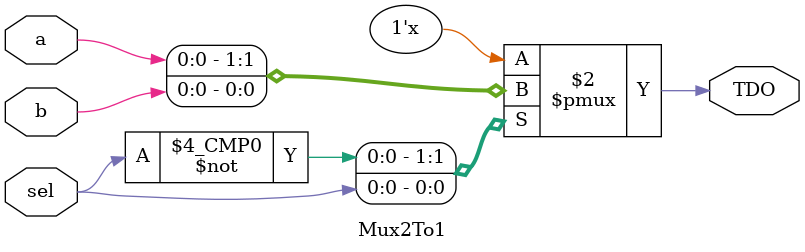
<source format=v>


`ifndef _MUX2TO1_V_  // Guard to prevent double-inclusion
`define _MUX2TO1_V_

module Mux2To1 (
   input a,
   input b,
   input sel,
   output reg TDO
);
   always @(*) begin
      case (sel)
         1'b0: TDO = a;
         1'b1: TDO = b;
         default: TDO = a;
      endcase
   end
endmodule

`endif

</source>
